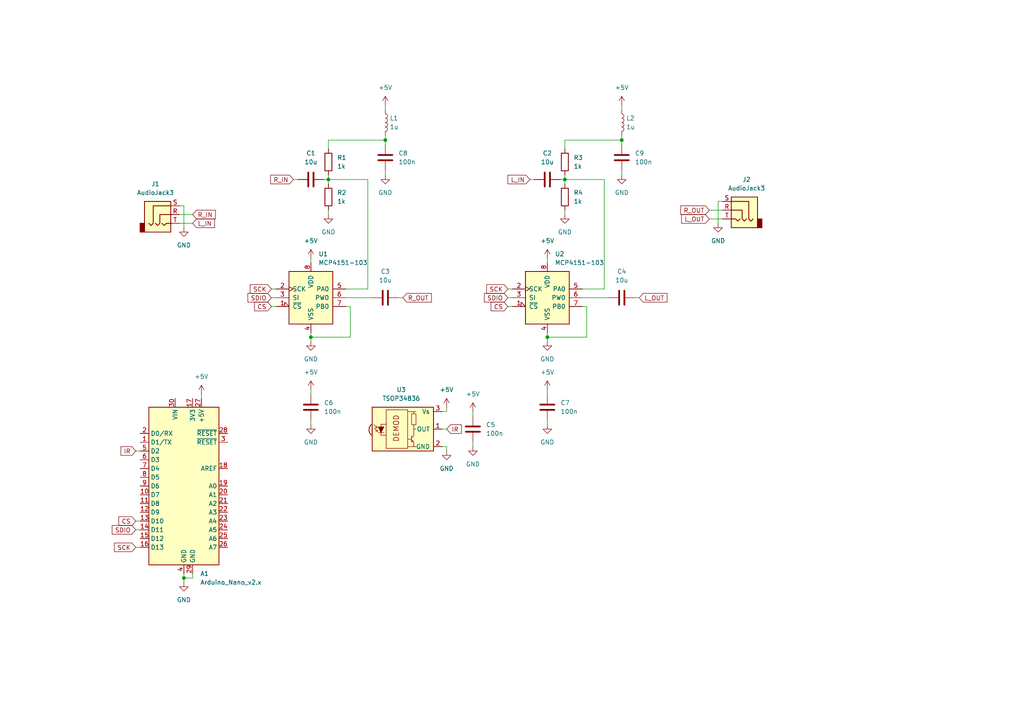
<source format=kicad_sch>
(kicad_sch (version 20230121) (generator eeschema)
  (paper "A4")
  (lib_symbols
    (symbol "Connector_Audio:AudioJack3"
      (property "Reference" "J" (at 0 8.89 0))
      (property "Value" "AudioJack3" (at 0 6.35 0))
      (symbol "AudioJack3_0_1"
        (rectangle (start -5.08 -5.08) (end -6.35 -2.54) (stroke (width 0.254)) (fill (type outline)))
        (polyline (pts (xy 0 -2.54) (xy 0.635 -3.175) (xy 1.27 -2.54) (xy 2.54 -2.54)) (stroke (width 0.254)))
        (polyline (pts (xy -1.905 -2.54) (xy -1.27 -3.175) (xy -0.635 -2.54) (xy -0.635 0) (xy 2.54 0)) (stroke (width 0.254)))
        (polyline (pts (xy 2.54 2.54) (xy -2.54 2.54) (xy -2.54 -2.54) (xy -3.175 -3.175) (xy -3.81 -2.54)) (stroke (width 0.254)))
        (rectangle (start 2.54 3.81) (end -5.08 -5.08) (stroke (width 0.254)) (fill (type background)))
      )
      (symbol "AudioJack3_1_1"
        (pin passive line (at 5.08 0 180) (length 2.54) (name "~") (number "R"))
        (pin passive line (at 5.08 2.54 180) (length 2.54) (name "~") (number "S"))
        (pin passive line (at 5.08 -2.54 180) (length 2.54) (name "~") (number "T"))
      )
    )
    (symbol "Device:C" (pin_numbers hide) (pin_names (offset 0.254))
      (property "Reference" "C" (at 0.635 2.54 0))
      (property "Value" "C" (at 0.635 -2.54 0))
      (symbol "C_0_1"
        (polyline (pts (xy -2.032 -0.762) (xy 2.032 -0.762)) (stroke (width 0.508)))
        (polyline (pts (xy -2.032 0.762) (xy 2.032 0.762)) (stroke (width 0.508)))
      )
      (symbol "C_1_1"
        (pin passive line (at 0 3.81 270) (length 2.794) (name "~") (number "1"))
        (pin passive line (at 0 -3.81 90) (length 2.794) (name "~") (number "2"))
      )
    )
    (symbol "Device:L" (pin_numbers hide) (pin_names (offset 1.016) hide)
      (property "Reference" "L" (at -1.27 0 90))
      (property "Value" "L" (at 1.905 0 90))
      (symbol "L_0_1"
        (arc (start 0 -2.54) (mid 0.6323 -1.905) (end 0 -1.27))
        (arc (start 0 -1.27) (mid 0.6323 -0.635) (end 0 0))
        (arc (start 0 0) (mid 0.6323 0.635) (end 0 1.27))
        (arc (start 0 1.27) (mid 0.6323 1.905) (end 0 2.54))
      )
      (symbol "L_1_1"
        (pin passive line (at 0 3.81 270) (length 1.27) (name "1") (number "1"))
        (pin passive line (at 0 -3.81 90) (length 1.27) (name "2") (number "2"))
      )
    )
    (symbol "Device:R" (pin_numbers hide) (pin_names (offset 0))
      (property "Reference" "R" (at 2.032 0 90))
      (property "Value" "R" (at 0 0 90))
      (symbol "R_0_1"
        (rectangle (start -1.016 -2.54) (end 1.016 2.54) (stroke (width 0.254)))
      )
      (symbol "R_1_1"
        (pin passive line (at 0 3.81 270) (length 1.27) (name "~") (number "1"))
        (pin passive line (at 0 -3.81 90) (length 1.27) (name "~") (number "2"))
      )
    )
    (symbol "Interface_Optical:TSOP348xx" (pin_names (offset 1.016))
      (property "Reference" "U" (at -10.16 7.62 0))
      (property "Value" "TSOP348xx" (at -10.16 -7.62 0))
      (symbol "TSOP348xx_0_0"
        (arc (start -10.287 1.397) (mid -11.0899 -0.1852) (end -10.287 -1.778) (stroke (width 0.254)) (fill (type background)))
        (polyline (pts (xy 1.905 -5.08) (xy 0.127 -5.08)))
        (polyline (pts (xy 1.905 5.08) (xy 0.127 5.08)))
        (text "DEMOD" (at -3.175 0.254 900) (effects (font (size 1.524 1.524))))
      )
      (symbol "TSOP348xx_0_1"
        (rectangle (start -6.096 5.588) (end 0.127 -5.588))
        (polyline (pts (xy -8.763 0.381) (xy -9.652 1.27)))
        (polyline (pts (xy -8.763 0.381) (xy -9.271 0.381)))
        (polyline (pts (xy -8.763 0.381) (xy -8.763 0.889)))
        (polyline (pts (xy -8.636 -0.635) (xy -9.525 0.254)))
        (polyline (pts (xy -8.636 -0.635) (xy -9.144 -0.635)))
        (polyline (pts (xy -8.636 -0.635) (xy -8.636 -0.127)))
        (polyline (pts (xy -8.382 -1.016) (xy -6.731 -1.016)))
        (polyline (pts (xy 1.27 -2.921) (xy 0.127 -2.921)))
        (polyline (pts (xy 1.27 -1.905) (xy 1.27 -3.81)))
        (polyline (pts (xy 1.397 -3.556) (xy 1.524 -3.556)))
        (polyline (pts (xy 1.651 -3.556) (xy 1.524 -3.556)))
        (polyline (pts (xy 1.651 -3.556) (xy 1.651 -3.302)))
        (polyline (pts (xy 1.905 0) (xy 1.905 1.27)))
        (polyline (pts (xy 1.905 4.445) (xy 1.905 5.08) (xy 2.54 5.08)))
        (polyline (pts (xy -8.382 0.635) (xy -6.731 0.635) (xy -7.62 -1.016) (xy -8.382 0.635)) (fill (type outline)))
        (polyline (pts (xy -6.096 1.397) (xy -7.62 1.397) (xy -7.62 -1.778) (xy -6.096 -1.778)))
        (polyline (pts (xy 1.27 -3.175) (xy 1.905 -3.81) (xy 1.905 -5.08) (xy 2.54 -5.08)))
        (polyline (pts (xy 1.27 -2.54) (xy 1.905 -1.905) (xy 1.905 0) (xy 2.54 0)))
        (rectangle (start 2.54 1.27) (end 1.27 4.445))
        (rectangle (start 7.62 6.35) (end -10.16 -6.35) (stroke (width 0.254)) (fill (type background)))
      )
      (symbol "TSOP348xx_1_1"
        (pin output line (at 10.16 0 180) (length 2.54) (name "OUT") (number "1"))
        (pin power_in line (at 10.16 -5.08 180) (length 2.54) (name "GND") (number "2"))
        (pin power_in line (at 10.16 5.08 180) (length 2.54) (name "Vs") (number "3"))
      )
    )
    (symbol "MCU_Module:Arduino_Nano_v2.x"
      (property "Reference" "A" (at -10.16 23.495 0))
      (property "Value" "Arduino_Nano_v2.x" (at 5.08 -24.13 0))
      (symbol "Arduino_Nano_v2.x_0_1"
        (rectangle (start -10.16 22.86) (end 10.16 -22.86) (stroke (width 0.254)) (fill (type background)))
      )
      (symbol "Arduino_Nano_v2.x_1_1"
        (pin bidirectional line (at -12.7 12.7 0) (length 2.54) (name "D1/TX") (number "1"))
        (pin bidirectional line (at -12.7 -2.54 0) (length 2.54) (name "D7") (number "10"))
        (pin bidirectional line (at -12.7 -5.08 0) (length 2.54) (name "D8") (number "11"))
        (pin bidirectional line (at -12.7 -7.62 0) (length 2.54) (name "D9") (number "12"))
        (pin bidirectional line (at -12.7 -10.16 0) (length 2.54) (name "D10") (number "13"))
        (pin bidirectional line (at -12.7 -12.7 0) (length 2.54) (name "D11") (number "14"))
        (pin bidirectional line (at -12.7 -15.24 0) (length 2.54) (name "D12") (number "15"))
        (pin bidirectional line (at -12.7 -17.78 0) (length 2.54) (name "D13") (number "16"))
        (pin power_out line (at 2.54 25.4 270) (length 2.54) (name "3V3") (number "17"))
        (pin input line (at 12.7 5.08 180) (length 2.54) (name "AREF") (number "18"))
        (pin bidirectional line (at 12.7 0 180) (length 2.54) (name "A0") (number "19"))
        (pin bidirectional line (at -12.7 15.24 0) (length 2.54) (name "D0/RX") (number "2"))
        (pin bidirectional line (at 12.7 -2.54 180) (length 2.54) (name "A1") (number "20"))
        (pin bidirectional line (at 12.7 -5.08 180) (length 2.54) (name "A2") (number "21"))
        (pin bidirectional line (at 12.7 -7.62 180) (length 2.54) (name "A3") (number "22"))
        (pin bidirectional line (at 12.7 -10.16 180) (length 2.54) (name "A4") (number "23"))
        (pin bidirectional line (at 12.7 -12.7 180) (length 2.54) (name "A5") (number "24"))
        (pin bidirectional line (at 12.7 -15.24 180) (length 2.54) (name "A6") (number "25"))
        (pin bidirectional line (at 12.7 -17.78 180) (length 2.54) (name "A7") (number "26"))
        (pin power_out line (at 5.08 25.4 270) (length 2.54) (name "+5V") (number "27"))
        (pin input line (at 12.7 15.24 180) (length 2.54) (name "~{RESET}") (number "28"))
        (pin power_in line (at 2.54 -25.4 90) (length 2.54) (name "GND") (number "29"))
        (pin input line (at 12.7 12.7 180) (length 2.54) (name "~{RESET}") (number "3"))
        (pin power_in line (at -2.54 25.4 270) (length 2.54) (name "VIN") (number "30"))
        (pin power_in line (at 0 -25.4 90) (length 2.54) (name "GND") (number "4"))
        (pin bidirectional line (at -12.7 10.16 0) (length 2.54) (name "D2") (number "5"))
        (pin bidirectional line (at -12.7 7.62 0) (length 2.54) (name "D3") (number "6"))
        (pin bidirectional line (at -12.7 5.08 0) (length 2.54) (name "D4") (number "7"))
        (pin bidirectional line (at -12.7 2.54 0) (length 2.54) (name "D5") (number "8"))
        (pin bidirectional line (at -12.7 0 0) (length 2.54) (name "D6") (number "9"))
      )
    )
    (symbol "Potentiometer_Digital:MCP41010" (pin_names (offset 1.016))
      (property "Reference" "U" (at -6.35 8.89 0))
      (property "Value" "MCP41010" (at 1.27 8.89 0))
      (symbol "MCP41010_0_1"
        (rectangle (start -6.35 7.62) (end 6.35 -7.62) (stroke (width 0.254)) (fill (type background)))
      )
      (symbol "MCP41010_1_1"
        (pin input input_low (at -10.16 -2.54 0) (length 3.81) (name "~{CS}") (number "1"))
        (pin passive clock (at -10.16 2.54 0) (length 3.81) (name "SCK") (number "2"))
        (pin input line (at -10.16 0 0) (length 3.81) (name "SI") (number "3"))
        (pin power_in line (at 0 -10.16 90) (length 2.54) (name "VSS") (number "4"))
        (pin passive line (at 10.16 2.54 180) (length 3.81) (name "PA0") (number "5"))
        (pin passive line (at 10.16 0 180) (length 3.81) (name "PW0") (number "6"))
        (pin passive line (at 10.16 -2.54 180) (length 3.81) (name "PB0") (number "7"))
        (pin power_in line (at 0 10.16 270) (length 2.54) (name "VDD") (number "8"))
      )
    )
    (symbol "power:+5V" (power) (pin_names (offset 0))
      (property "Value" "+5V" (at 0 3.556 0))
      (symbol "+5V_0_1"
        (polyline (pts (xy -0.762 1.27) (xy 0 2.54)))
        (polyline (pts (xy 0 0) (xy 0 2.54)))
        (polyline (pts (xy 0 2.54) (xy 0.762 1.27)))
      )
      (symbol "+5V_1_1"
        (pin power_in line (at 0 0 90) (length 0) hide (name "+5V") (number "1"))
      )
    )
    (symbol "power:GND" (power) (pin_names (offset 0))
      (property "Value" "GND" (at 0 -3.81 0))
      (symbol "GND_0_1"
        (polyline (pts (xy 0 0) (xy 0 -1.27) (xy 1.27 -1.27) (xy 0 -2.54) (xy -1.27 -1.27) (xy 0 -1.27)))
      )
      (symbol "GND_1_1"
        (pin power_in line (at 0 0 270) (length 0) hide (name "GND") (number "1"))
      )
    )
  )
  (junction (at 111.76 40.64))
  (junction (at 90.17 97.79))
  (junction (at 95.25 52.07))
  (junction (at 53.34 167.64))
  (junction (at 180.34 40.64))
  (junction (at 163.83 52.07))
  (junction (at 158.75 97.79))
  (wire (pts (xy 129.54 124.46) (xy 128.27 124.46)))
  (wire (pts (xy 55.88 166.37) (xy 55.88 167.64)))
  (wire (pts (xy 90.17 113.03) (xy 90.17 114.3)))
  (wire (pts (xy 180.34 39.37) (xy 180.34 40.64)))
  (wire (pts (xy 180.34 40.64) (xy 163.83 40.64)))
  (wire (pts (xy 53.34 167.64) (xy 53.34 168.91)))
  (wire (pts (xy 205.74 60.96) (xy 209.55 60.96)))
  (wire (pts (xy 39.37 151.13) (xy 40.64 151.13)))
  (wire (pts (xy 78.74 83.82) (xy 80.01 83.82)))
  (wire (pts (xy 180.34 40.64) (xy 180.34 41.91)))
  (wire (pts (xy 137.16 129.54) (xy 137.16 128.27)))
  (wire (pts (xy 147.32 88.9) (xy 148.59 88.9)))
  (wire (pts (xy 158.75 97.79) (xy 158.75 99.06)))
  (wire (pts (xy 209.55 58.42) (xy 208.28 58.42)))
  (wire (pts (xy 100.33 83.82) (xy 106.68 83.82)))
  (wire (pts (xy 101.6 97.79) (xy 101.6 88.9)))
  (wire (pts (xy 158.75 96.52) (xy 158.75 97.79)))
  (wire (pts (xy 208.28 58.42) (xy 208.28 64.77)))
  (wire (pts (xy 129.54 118.11) (xy 129.54 119.38)))
  (wire (pts (xy 58.42 114.3) (xy 58.42 115.57)))
  (wire (pts (xy 111.76 40.64) (xy 111.76 41.91)))
  (wire (pts (xy 111.76 30.48) (xy 111.76 31.75)))
  (wire (pts (xy 106.68 83.82) (xy 106.68 52.07)))
  (wire (pts (xy 175.26 83.82) (xy 175.26 52.07)))
  (wire (pts (xy 180.34 50.8) (xy 180.34 49.53)))
  (wire (pts (xy 158.75 123.19) (xy 158.75 121.92)))
  (wire (pts (xy 116.84 86.36) (xy 115.57 86.36)))
  (wire (pts (xy 147.32 83.82) (xy 148.59 83.82)))
  (wire (pts (xy 52.07 64.77) (xy 55.88 64.77)))
  (wire (pts (xy 90.17 123.19) (xy 90.17 121.92)))
  (wire (pts (xy 78.74 88.9) (xy 80.01 88.9)))
  (wire (pts (xy 90.17 97.79) (xy 101.6 97.79)))
  (wire (pts (xy 111.76 50.8) (xy 111.76 49.53)))
  (wire (pts (xy 147.32 86.36) (xy 148.59 86.36)))
  (wire (pts (xy 111.76 40.64) (xy 95.25 40.64)))
  (wire (pts (xy 163.83 52.07) (xy 163.83 50.8)))
  (wire (pts (xy 163.83 60.96) (xy 163.83 62.23)))
  (wire (pts (xy 39.37 158.75) (xy 40.64 158.75)))
  (wire (pts (xy 185.42 86.36) (xy 184.15 86.36)))
  (wire (pts (xy 100.33 86.36) (xy 107.95 86.36)))
  (wire (pts (xy 90.17 97.79) (xy 90.17 99.06)))
  (wire (pts (xy 95.25 52.07) (xy 95.25 50.8)))
  (wire (pts (xy 85.09 52.07) (xy 86.36 52.07)))
  (wire (pts (xy 106.68 52.07) (xy 95.25 52.07)))
  (wire (pts (xy 129.54 129.54) (xy 129.54 130.81)))
  (wire (pts (xy 101.6 88.9) (xy 100.33 88.9)))
  (wire (pts (xy 128.27 119.38) (xy 129.54 119.38)))
  (wire (pts (xy 95.25 52.07) (xy 95.25 53.34)))
  (wire (pts (xy 158.75 113.03) (xy 158.75 114.3)))
  (wire (pts (xy 111.76 39.37) (xy 111.76 40.64)))
  (wire (pts (xy 168.91 86.36) (xy 176.53 86.36)))
  (wire (pts (xy 90.17 74.93) (xy 90.17 76.2)))
  (wire (pts (xy 95.25 60.96) (xy 95.25 62.23)))
  (wire (pts (xy 52.07 59.69) (xy 53.34 59.69)))
  (wire (pts (xy 175.26 52.07) (xy 163.83 52.07)))
  (wire (pts (xy 153.67 52.07) (xy 154.94 52.07)))
  (wire (pts (xy 93.98 52.07) (xy 95.25 52.07)))
  (wire (pts (xy 53.34 167.64) (xy 55.88 167.64)))
  (wire (pts (xy 95.25 40.64) (xy 95.25 43.18)))
  (wire (pts (xy 137.16 119.38) (xy 137.16 120.65)))
  (wire (pts (xy 128.27 129.54) (xy 129.54 129.54)))
  (wire (pts (xy 53.34 166.37) (xy 53.34 167.64)))
  (wire (pts (xy 170.18 88.9) (xy 168.91 88.9)))
  (wire (pts (xy 90.17 96.52) (xy 90.17 97.79)))
  (wire (pts (xy 163.83 40.64) (xy 163.83 43.18)))
  (wire (pts (xy 168.91 83.82) (xy 175.26 83.82)))
  (wire (pts (xy 78.74 86.36) (xy 80.01 86.36)))
  (wire (pts (xy 39.37 130.81) (xy 40.64 130.81)))
  (wire (pts (xy 180.34 30.48) (xy 180.34 31.75)))
  (wire (pts (xy 52.07 62.23) (xy 55.88 62.23)))
  (wire (pts (xy 53.34 59.69) (xy 53.34 66.04)))
  (wire (pts (xy 158.75 74.93) (xy 158.75 76.2)))
  (wire (pts (xy 170.18 97.79) (xy 170.18 88.9)))
  (wire (pts (xy 162.56 52.07) (xy 163.83 52.07)))
  (wire (pts (xy 158.75 97.79) (xy 170.18 97.79)))
  (wire (pts (xy 163.83 52.07) (xy 163.83 53.34)))
  (wire (pts (xy 205.74 63.5) (xy 209.55 63.5)))
  (wire (pts (xy 39.37 153.67) (xy 40.64 153.67)))
  (global_label "SDIO" (shape input) (at 147.32 86.36 180) (property "Intersheetrefs" "${INTERSHEET_REFS}" (effects hide)))
  (global_label "L_OUT" (shape input) (at 185.42 86.36 0) (property "Intersheetrefs" "${INTERSHEET_REFS}" (effects hide)))
  (global_label "SCK" (shape input) (at 39.37 158.75 180) (property "Intersheetrefs" "${INTERSHEET_REFS}" (effects hide)))
  (global_label "L_OUT" (shape input) (at 205.74 63.5 180) (property "Intersheetrefs" "${INTERSHEET_REFS}" (effects hide)))
  (global_label "L_IN" (shape input) (at 55.88 64.77 0) (property "Intersheetrefs" "${INTERSHEET_REFS}" (effects hide)))
  (global_label "CS" (shape input) (at 39.37 151.13 180) (property "Intersheetrefs" "${INTERSHEET_REFS}" (effects hide)))
  (global_label "IR" (shape input) (at 39.37 130.81 180) (property "Intersheetrefs" "${INTERSHEET_REFS}" (effects hide)))
  (global_label "R_OUT" (shape input) (at 116.84 86.36 0) (property "Intersheetrefs" "${INTERSHEET_REFS}" (effects hide)))
  (global_label "CS" (shape input) (at 78.74 88.9 180) (property "Intersheetrefs" "${INTERSHEET_REFS}" (effects hide)))
  (global_label "L_IN" (shape input) (at 153.67 52.07 180) (property "Intersheetrefs" "${INTERSHEET_REFS}" (effects hide)))
  (global_label "CS" (shape input) (at 147.32 88.9 180) (property "Intersheetrefs" "${INTERSHEET_REFS}" (effects hide)))
  (global_label "R_IN" (shape input) (at 55.88 62.23 0) (property "Intersheetrefs" "${INTERSHEET_REFS}" (effects hide)))
  (global_label "SDIO" (shape input) (at 78.74 86.36 180) (property "Intersheetrefs" "${INTERSHEET_REFS}" (effects hide)))
  (global_label "SDIO" (shape input) (at 39.37 153.67 180) (property "Intersheetrefs" "${INTERSHEET_REFS}" (effects hide)))
  (global_label "R_OUT" (shape input) (at 205.74 60.96 180) (property "Intersheetrefs" "${INTERSHEET_REFS}" (effects hide)))
  (global_label "SCK" (shape input) (at 78.74 83.82 180) (property "Intersheetrefs" "${INTERSHEET_REFS}" (effects hide)))
  (global_label "SCK" (shape input) (at 147.32 83.82 180) (property "Intersheetrefs" "${INTERSHEET_REFS}" (effects hide)))
  (global_label "IR" (shape input) (at 129.54 124.46 0) (property "Intersheetrefs" "${INTERSHEET_REFS}" (effects hide)))
  (global_label "R_IN" (shape input) (at 85.09 52.07 180) (property "Intersheetrefs" "${INTERSHEET_REFS}" (effects hide)))
  (symbol (lib_id "Connector_Audio:AudioJack3") (at 46.99 62.23 0) (unit 1)
    (property "Reference" "J1" (at 45.085 53.34 0))
    (property "Value" "AudioJack3" (at 45.085 55.88 0))
    (property "Footprint" "Connector_Audio:Jack_3.5mm_Switronic_ST-005-G_horizontal" (effects hide))
  )
  (symbol (lib_id "Device:L") (at 180.34 35.56 0) (unit 1)
    (property "Reference" "L2" (at 181.61 34.29 0) (effects (justify left)))
    (property "Value" "1u" (at 181.61 36.83 0) (effects (justify left)))
    (property "Footprint" "Inductor_SMD:L_0805_2012Metric_Pad1.15x1.40mm_HandSolder" (effects hide))
  )
  (symbol (lib_id "Device:C") (at 90.17 52.07 90) (unit 1)
    (property "Reference" "C1" (at 90.17 44.45 90))
    (property "Value" "10u" (at 90.17 46.99 90))
    (property "Footprint" "Capacitor_SMD:C_0805_2012Metric_Pad1.18x1.45mm_HandSolder" (effects hide))
  )
  (symbol (lib_id "power:+5V") (at 111.76 30.48 0) (unit 1)
    (property "Reference" "#PWR07" (effects hide))
    (property "Value" "+5V" (at 111.76 25.4 0))
  )
  (symbol (lib_id "power:+5V") (at 58.42 114.3 0) (unit 1)
    (property "Reference" "#PWR015" (effects hide))
    (property "Value" "+5V" (at 58.42 109.22 0))
  )
  (symbol (lib_id "Device:C") (at 111.76 45.72 0) (unit 1)
    (property "Reference" "C8" (at 115.57 44.45 0) (effects (justify left)))
    (property "Value" "100n" (at 115.57 46.99 0) (effects (justify left)))
    (property "Footprint" "Capacitor_SMD:C_0805_2012Metric_Pad1.18x1.45mm_HandSolder" (effects hide))
  )
  (symbol (lib_id "Potentiometer_Digital:MCP41010") (at 158.75 86.36 0) (unit 1)
    (property "Reference" "U2" (at 160.9441 73.66 0) (effects (justify left)))
    (property "Value" "MCP4151-103" (at 160.9441 76.2 0) (effects (justify left)))
    (property "Footprint" "Package_DIP:DIP-8_W7.62mm" (effects hide))
    (property "Datasheet" "http://ww1.microchip.com/downloads/en/DeviceDoc/11195c.pdf" (effects hide))
  )
  (symbol (lib_id "Device:C") (at 158.75 118.11 0) (unit 1)
    (property "Reference" "C7" (at 162.56 116.84 0) (effects (justify left)))
    (property "Value" "100n" (at 162.56 119.38 0) (effects (justify left)))
    (property "Footprint" "Capacitor_SMD:C_0805_2012Metric_Pad1.18x1.45mm_HandSolder" (effects hide))
  )
  (symbol (lib_id "power:GND") (at 53.34 168.91 0) (unit 1)
    (property "Reference" "#PWR016" (effects hide))
    (property "Value" "GND" (at 53.34 173.99 0))
  )
  (symbol (lib_id "power:GND") (at 53.34 66.04 0) (unit 1)
    (property "Reference" "#PWR013" (effects hide))
    (property "Value" "GND" (at 53.34 71.12 0))
  )
  (symbol (lib_id "Device:C") (at 111.76 86.36 90) (unit 1)
    (property "Reference" "C3" (at 111.76 78.74 90))
    (property "Value" "10u" (at 111.76 81.28 90))
    (property "Footprint" "Capacitor_SMD:C_0805_2012Metric_Pad1.18x1.45mm_HandSolder" (effects hide))
  )
  (symbol (lib_id "MCU_Module:Arduino_Nano_v2.x") (at 53.34 140.97 0) (unit 1)
    (property "Reference" "A1" (at 58.0741 166.37 0) (effects (justify left)))
    (property "Value" "Arduino_Nano_v2.x" (at 58.0741 168.91 0) (effects (justify left)))
    (property "Footprint" "Module:Arduino_Nano" (effects hide))
    (property "Datasheet" "https://www.arduino.cc/en/uploads/Main/ArduinoNanoManual23.pdf" (effects hide))
  )
  (symbol (lib_id "power:GND") (at 90.17 123.19 0) (unit 1)
    (property "Reference" "#PWR018" (effects hide))
    (property "Value" "GND" (at 90.17 128.27 0))
  )
  (symbol (lib_id "Potentiometer_Digital:MCP41010") (at 90.17 86.36 0) (unit 1)
    (property "Reference" "U1" (at 92.3641 73.66 0) (effects (justify left)))
    (property "Value" "MCP4151-103" (at 92.3641 76.2 0) (effects (justify left)))
    (property "Footprint" "Package_DIP:DIP-8_W7.62mm" (effects hide))
    (property "Datasheet" "http://ww1.microchip.com/downloads/en/DeviceDoc/11195c.pdf" (effects hide))
  )
  (symbol (lib_id "Device:R") (at 163.83 57.15 0) (unit 1)
    (property "Reference" "R4" (at 166.37 55.88 0) (effects (justify left)))
    (property "Value" "1k" (at 166.37 58.42 0) (effects (justify left)))
    (property "Footprint" "Resistor_SMD:R_0805_2012Metric_Pad1.20x1.40mm_HandSolder" (effects hide))
  )
  (symbol (lib_id "Device:C") (at 158.75 52.07 90) (unit 1)
    (property "Reference" "C2" (at 158.75 44.45 90))
    (property "Value" "10u" (at 158.75 46.99 90))
    (property "Footprint" "Capacitor_SMD:C_0805_2012Metric_Pad1.18x1.45mm_HandSolder" (effects hide))
  )
  (symbol (lib_id "Device:R") (at 95.25 57.15 0) (unit 1)
    (property "Reference" "R2" (at 97.79 55.88 0) (effects (justify left)))
    (property "Value" "1k" (at 97.79 58.42 0) (effects (justify left)))
    (property "Footprint" "Resistor_SMD:R_0805_2012Metric_Pad1.20x1.40mm_HandSolder" (effects hide))
  )
  (symbol (lib_id "Device:L") (at 111.76 35.56 0) (unit 1)
    (property "Reference" "L1" (at 113.03 34.29 0) (effects (justify left)))
    (property "Value" "1u" (at 113.03 36.83 0) (effects (justify left)))
    (property "Footprint" "Inductor_SMD:L_0805_2012Metric_Pad1.15x1.40mm_HandSolder" (effects hide))
  )
  (symbol (lib_id "Device:R") (at 95.25 46.99 0) (unit 1)
    (property "Reference" "R1" (at 97.79 45.72 0) (effects (justify left)))
    (property "Value" "1k" (at 97.79 48.26 0) (effects (justify left)))
    (property "Footprint" "Resistor_SMD:R_0805_2012Metric_Pad1.20x1.40mm_HandSolder" (effects hide))
  )
  (symbol (lib_id "power:GND") (at 158.75 99.06 0) (unit 1)
    (property "Reference" "#PWR02" (effects hide))
    (property "Value" "GND" (at 158.75 104.14 0))
  )
  (symbol (lib_id "power:GND") (at 111.76 50.8 0) (unit 1)
    (property "Reference" "#PWR021" (effects hide))
    (property "Value" "GND" (at 111.76 55.88 0))
  )
  (symbol (lib_id "power:+5V") (at 90.17 74.93 0) (unit 1)
    (property "Reference" "#PWR06" (effects hide))
    (property "Value" "+5V" (at 90.17 69.85 0))
  )
  (symbol (lib_id "power:GND") (at 90.17 99.06 0) (unit 1)
    (property "Reference" "#PWR01" (effects hide))
    (property "Value" "GND" (at 90.17 104.14 0))
  )
  (symbol (lib_id "power:GND") (at 158.75 123.19 0) (unit 1)
    (property "Reference" "#PWR020" (effects hide))
    (property "Value" "GND" (at 158.75 128.27 0))
  )
  (symbol (lib_id "Device:C") (at 137.16 124.46 0) (unit 1)
    (property "Reference" "C5" (at 140.97 123.19 0) (effects (justify left)))
    (property "Value" "100n" (at 140.97 125.73 0) (effects (justify left)))
    (property "Footprint" "Capacitor_SMD:C_0805_2012Metric_Pad1.18x1.45mm_HandSolder" (effects hide))
  )
  (symbol (lib_id "Device:C") (at 90.17 118.11 0) (unit 1)
    (property "Reference" "C6" (at 93.98 116.84 0) (effects (justify left)))
    (property "Value" "100n" (at 93.98 119.38 0) (effects (justify left)))
    (property "Footprint" "Capacitor_SMD:C_0805_2012Metric_Pad1.18x1.45mm_HandSolder" (effects hide))
  )
  (symbol (lib_id "power:+5V") (at 158.75 113.03 0) (unit 1)
    (property "Reference" "#PWR019" (effects hide))
    (property "Value" "+5V" (at 158.75 107.95 0))
  )
  (symbol (lib_id "power:+5V") (at 180.34 30.48 0) (unit 1)
    (property "Reference" "#PWR08" (effects hide))
    (property "Value" "+5V" (at 180.34 25.4 0))
  )
  (symbol (lib_id "Device:C") (at 180.34 45.72 0) (unit 1)
    (property "Reference" "C9" (at 184.15 44.45 0) (effects (justify left)))
    (property "Value" "100n" (at 184.15 46.99 0) (effects (justify left)))
    (property "Footprint" "Capacitor_SMD:C_0805_2012Metric_Pad1.18x1.45mm_HandSolder" (effects hide))
  )
  (symbol (lib_id "power:GND") (at 129.54 130.81 0) (unit 1)
    (property "Reference" "#PWR03" (effects hide))
    (property "Value" "GND" (at 129.54 135.89 0))
  )
  (symbol (lib_id "power:GND") (at 95.25 62.23 0) (unit 1)
    (property "Reference" "#PWR04" (effects hide))
    (property "Value" "GND" (at 95.25 67.31 0))
  )
  (symbol (lib_id "power:GND") (at 137.16 129.54 0) (unit 1)
    (property "Reference" "#PWR012" (effects hide))
    (property "Value" "GND" (at 137.16 134.62 0))
  )
  (symbol (lib_id "Device:R") (at 163.83 46.99 0) (unit 1)
    (property "Reference" "R3" (at 166.37 45.72 0) (effects (justify left)))
    (property "Value" "1k" (at 166.37 48.26 0) (effects (justify left)))
    (property "Footprint" "Resistor_SMD:R_0805_2012Metric_Pad1.20x1.40mm_HandSolder" (effects hide))
  )
  (symbol (lib_id "power:GND") (at 180.34 50.8 0) (unit 1)
    (property "Reference" "#PWR022" (effects hide))
    (property "Value" "GND" (at 180.34 55.88 0))
  )
  (symbol (lib_id "Interface_Optical:TSOP348xx") (at 118.11 124.46 0) (unit 1)
    (property "Reference" "U3" (at 116.375 113.03 0))
    (property "Value" "TSOP34836" (at 116.375 115.57 0))
    (property "Footprint" "OptoDevice:Vishay_MOLD-3Pin" (effects hide))
    (property "Datasheet" "https://www.vishay.com/docs/82489/tsop322.pdf" (effects hide))
  )
  (symbol (lib_id "power:+5V") (at 129.54 118.11 0) (unit 1)
    (property "Reference" "#PWR010" (effects hide))
    (property "Value" "+5V" (at 129.54 113.03 0))
  )
  (symbol (lib_id "power:+5V") (at 90.17 113.03 0) (unit 1)
    (property "Reference" "#PWR017" (effects hide))
    (property "Value" "+5V" (at 90.17 107.95 0))
  )
  (symbol (lib_id "Connector_Audio:AudioJack3") (at 214.63 60.96 0) (mirror y) (unit 1)
    (property "Reference" "J2" (at 216.535 52.07 0))
    (property "Value" "AudioJack3" (at 216.535 54.61 0))
    (property "Footprint" "Connector_Audio:Jack_3.5mm_Switronic_ST-005-G_horizontal" (effects hide))
  )
  (symbol (lib_id "power:+5V") (at 137.16 119.38 0) (unit 1)
    (property "Reference" "#PWR011" (effects hide))
    (property "Value" "+5V" (at 137.16 114.3 0))
  )
  (symbol (lib_id "power:GND") (at 208.28 64.77 0) (mirror y) (unit 1)
    (property "Reference" "#PWR014" (effects hide))
    (property "Value" "GND" (at 208.28 69.85 0))
  )
  (symbol (lib_id "Device:C") (at 180.34 86.36 90) (unit 1)
    (property "Reference" "C4" (at 180.34 78.74 90))
    (property "Value" "10u" (at 180.34 81.28 90))
    (property "Footprint" "Capacitor_SMD:C_0805_2012Metric_Pad1.18x1.45mm_HandSolder" (effects hide))
  )
  (symbol (lib_id "power:+5V") (at 158.75 74.93 0) (unit 1)
    (property "Reference" "#PWR09" (effects hide))
    (property "Value" "+5V" (at 158.75 69.85 0))
  )
  (symbol (lib_id "power:GND") (at 163.83 62.23 0) (unit 1)
    (property "Reference" "#PWR05" (effects hide))
    (property "Value" "GND" (at 163.83 67.31 0))
  )
)
</source>
